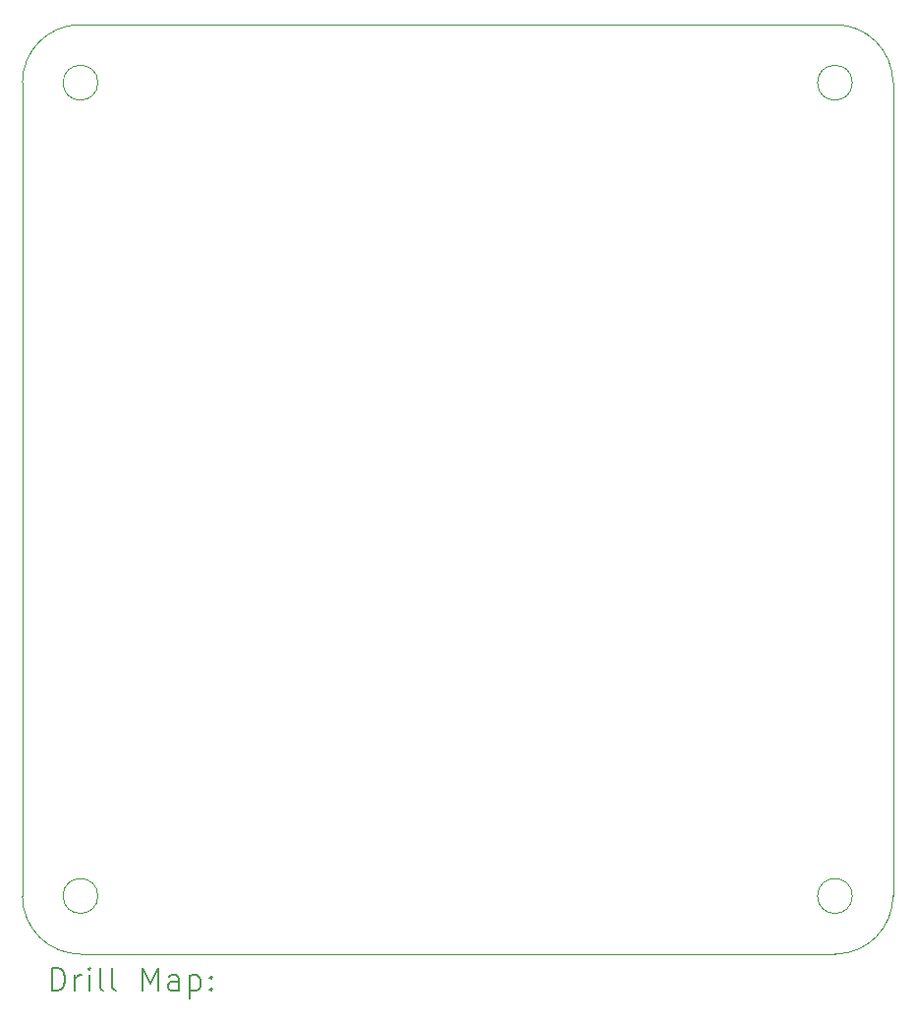
<source format=gbr>
%TF.GenerationSoftware,KiCad,Pcbnew,(6.0.9)*%
%TF.CreationDate,2023-05-03T14:40:23+10:00*%
%TF.ProjectId,Proj D,50726f6a-2044-42e6-9b69-6361645f7063,rev?*%
%TF.SameCoordinates,Original*%
%TF.FileFunction,Drillmap*%
%TF.FilePolarity,Positive*%
%FSLAX45Y45*%
G04 Gerber Fmt 4.5, Leading zero omitted, Abs format (unit mm)*
G04 Created by KiCad (PCBNEW (6.0.9)) date 2023-05-03 14:40:23*
%MOMM*%
%LPD*%
G01*
G04 APERTURE LIST*
%ADD10C,0.100000*%
%ADD11C,0.200000*%
G04 APERTURE END LIST*
D10*
X17500000Y-14500000D02*
X11000000Y-14500000D01*
X17650000Y-14000000D02*
G75*
G03*
X17650000Y-14000000I-150000J0D01*
G01*
X10500000Y-14000000D02*
G75*
G03*
X11000000Y-14500000I500000J0D01*
G01*
X18000000Y-7000000D02*
G75*
G03*
X17500000Y-6500000I-500000J0D01*
G01*
X11150000Y-7000000D02*
G75*
G03*
X11150000Y-7000000I-150000J0D01*
G01*
X18000000Y-7000000D02*
X18000000Y-14000000D01*
X10500000Y-14000000D02*
X10500000Y-7000000D01*
X17500000Y-14500000D02*
G75*
G03*
X18000000Y-14000000I0J500000D01*
G01*
X17650000Y-7000000D02*
G75*
G03*
X17650000Y-7000000I-150000J0D01*
G01*
X11000000Y-6500000D02*
G75*
G03*
X10500000Y-7000000I0J-500000D01*
G01*
X11150000Y-14000000D02*
G75*
G03*
X11150000Y-14000000I-150000J0D01*
G01*
X11000000Y-6500000D02*
X17500000Y-6500000D01*
D11*
X10752619Y-14815476D02*
X10752619Y-14615476D01*
X10800238Y-14615476D01*
X10828810Y-14625000D01*
X10847857Y-14644048D01*
X10857381Y-14663095D01*
X10866905Y-14701190D01*
X10866905Y-14729762D01*
X10857381Y-14767857D01*
X10847857Y-14786905D01*
X10828810Y-14805952D01*
X10800238Y-14815476D01*
X10752619Y-14815476D01*
X10952619Y-14815476D02*
X10952619Y-14682143D01*
X10952619Y-14720238D02*
X10962143Y-14701190D01*
X10971667Y-14691667D01*
X10990714Y-14682143D01*
X11009762Y-14682143D01*
X11076429Y-14815476D02*
X11076429Y-14682143D01*
X11076429Y-14615476D02*
X11066905Y-14625000D01*
X11076429Y-14634524D01*
X11085952Y-14625000D01*
X11076429Y-14615476D01*
X11076429Y-14634524D01*
X11200238Y-14815476D02*
X11181190Y-14805952D01*
X11171667Y-14786905D01*
X11171667Y-14615476D01*
X11305000Y-14815476D02*
X11285952Y-14805952D01*
X11276428Y-14786905D01*
X11276428Y-14615476D01*
X11533571Y-14815476D02*
X11533571Y-14615476D01*
X11600238Y-14758333D01*
X11666905Y-14615476D01*
X11666905Y-14815476D01*
X11847857Y-14815476D02*
X11847857Y-14710714D01*
X11838333Y-14691667D01*
X11819286Y-14682143D01*
X11781190Y-14682143D01*
X11762143Y-14691667D01*
X11847857Y-14805952D02*
X11828809Y-14815476D01*
X11781190Y-14815476D01*
X11762143Y-14805952D01*
X11752619Y-14786905D01*
X11752619Y-14767857D01*
X11762143Y-14748809D01*
X11781190Y-14739286D01*
X11828809Y-14739286D01*
X11847857Y-14729762D01*
X11943095Y-14682143D02*
X11943095Y-14882143D01*
X11943095Y-14691667D02*
X11962143Y-14682143D01*
X12000238Y-14682143D01*
X12019286Y-14691667D01*
X12028809Y-14701190D01*
X12038333Y-14720238D01*
X12038333Y-14777381D01*
X12028809Y-14796428D01*
X12019286Y-14805952D01*
X12000238Y-14815476D01*
X11962143Y-14815476D01*
X11943095Y-14805952D01*
X12124048Y-14796428D02*
X12133571Y-14805952D01*
X12124048Y-14815476D01*
X12114524Y-14805952D01*
X12124048Y-14796428D01*
X12124048Y-14815476D01*
X12124048Y-14691667D02*
X12133571Y-14701190D01*
X12124048Y-14710714D01*
X12114524Y-14701190D01*
X12124048Y-14691667D01*
X12124048Y-14710714D01*
M02*

</source>
